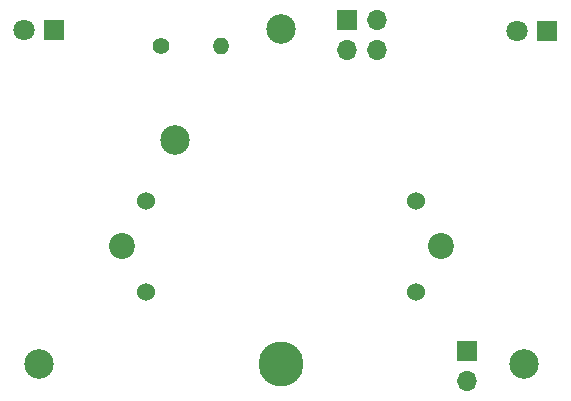
<source format=gbr>
%TF.GenerationSoftware,KiCad,Pcbnew,(6.0.7-1)-1*%
%TF.CreationDate,2023-10-30T20:01:35+10:00*%
%TF.ProjectId,GAUGE_Analog Instruments-12v,47415547-455f-4416-9e61-6c6f6720496e,rev?*%
%TF.SameCoordinates,Original*%
%TF.FileFunction,Soldermask,Top*%
%TF.FilePolarity,Negative*%
%FSLAX46Y46*%
G04 Gerber Fmt 4.6, Leading zero omitted, Abs format (unit mm)*
G04 Created by KiCad (PCBNEW (6.0.7-1)-1) date 2023-10-30 20:01:35*
%MOMM*%
%LPD*%
G01*
G04 APERTURE LIST*
%ADD10C,2.500000*%
%ADD11C,2.200000*%
%ADD12C,3.800000*%
%ADD13C,1.524000*%
%ADD14R,1.700000X1.700000*%
%ADD15O,1.700000X1.700000*%
%ADD16C,1.400000*%
%ADD17O,1.400000X1.400000*%
%ADD18R,1.800000X1.800000*%
%ADD19C,1.800000*%
G04 APERTURE END LIST*
D10*
%TO.C,H3*%
X179937800Y-78484600D03*
%TD*%
%TO.C,M1*%
X170937800Y-87868000D03*
D11*
X193437800Y-96868000D03*
D12*
X179937800Y-106868000D03*
D11*
X166437800Y-96868000D03*
D13*
X168512800Y-93018000D03*
X168512800Y-100718000D03*
X191362800Y-100718000D03*
X191362800Y-93018000D03*
%TD*%
D10*
%TO.C,H1*%
X159384300Y-106868000D03*
%TD*%
%TO.C,H2*%
X200491300Y-106868000D03*
%TD*%
D14*
%TO.C,J2*%
X185530500Y-77717600D03*
D15*
X188070500Y-77717600D03*
X185530500Y-80257600D03*
X188070500Y-80257600D03*
%TD*%
D14*
%TO.C,J1*%
X195690500Y-105789600D03*
D15*
X195690500Y-108329600D03*
%TD*%
D16*
%TO.C,R1*%
X169775500Y-79934600D03*
D17*
X174855500Y-79934600D03*
%TD*%
D18*
%TO.C,D1*%
X160715500Y-78584600D03*
D19*
X158175500Y-78584600D03*
%TD*%
D18*
%TO.C,D2*%
X202426500Y-78684600D03*
D19*
X199886500Y-78684600D03*
%TD*%
M02*

</source>
